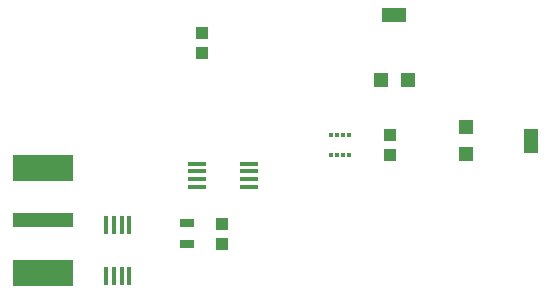
<source format=gtp>
G75*
%MOIN*%
%OFA0B0*%
%FSLAX25Y25*%
%IPPOS*%
%LPD*%
%AMOC8*
5,1,8,0,0,1.08239X$1,22.5*
%
%ADD10R,0.03937X0.04331*%
%ADD11R,0.04724X0.03150*%
%ADD12R,0.05118X0.05118*%
%ADD13R,0.07874X0.05118*%
%ADD14R,0.01700X0.05900*%
%ADD15R,0.05118X0.07874*%
%ADD16R,0.20000X0.04500*%
%ADD17R,0.20000X0.09000*%
%ADD18R,0.01204X0.01608*%
%ADD19R,0.01204X0.01601*%
%ADD20R,0.05900X0.01700*%
D10*
X0149854Y0067882D03*
X0149854Y0074575D03*
X0205563Y0097331D03*
X0205563Y0104024D03*
X0143082Y0131425D03*
X0143082Y0138118D03*
D11*
X0137885Y0074693D03*
X0137885Y0067606D03*
D12*
X0202531Y0122567D03*
X0211586Y0122567D03*
X0230878Y0106740D03*
X0230878Y0097685D03*
D13*
X0207059Y0144221D03*
D14*
X0118772Y0074238D03*
X0116272Y0074238D03*
X0113672Y0074238D03*
X0111172Y0074238D03*
X0111172Y0057038D03*
X0113672Y0057038D03*
X0116272Y0057038D03*
X0118772Y0057038D03*
D15*
X0252531Y0102213D03*
D16*
X0090072Y0075638D03*
D17*
X0090072Y0058238D03*
X0090072Y0093038D03*
D18*
X0185956Y0097449D03*
X0187925Y0097449D03*
X0191862Y0097449D03*
X0191862Y0103945D03*
X0189893Y0103945D03*
X0187925Y0103945D03*
X0185956Y0103945D03*
D19*
X0189893Y0097449D03*
D20*
X0158572Y0094438D03*
X0158572Y0091938D03*
X0158572Y0089338D03*
X0158572Y0086838D03*
X0141372Y0086838D03*
X0141372Y0089338D03*
X0141372Y0091938D03*
X0141372Y0094438D03*
M02*

</source>
